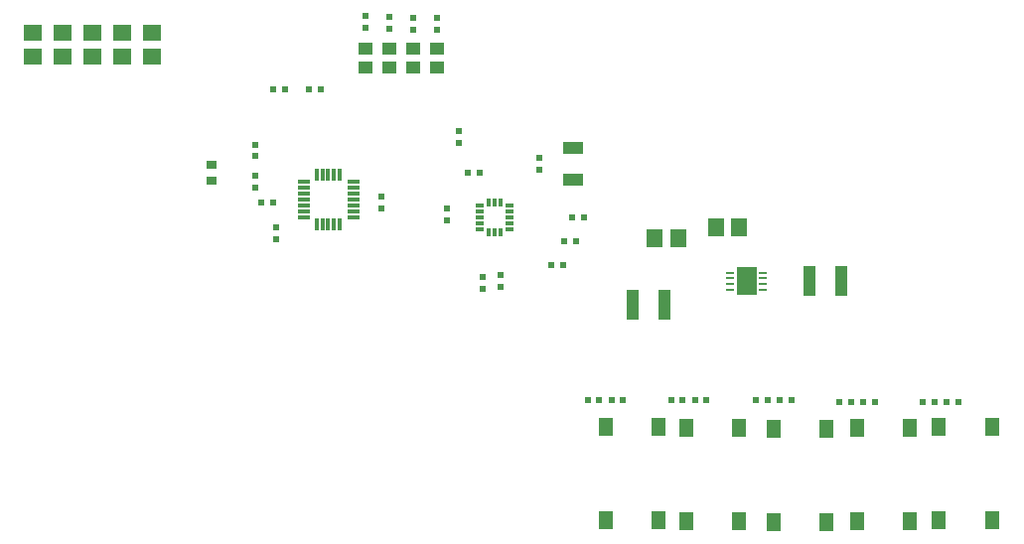
<source format=gtp>
G04 Layer_Color=8421504*
%FSLAX24Y24*%
%MOIN*%
G70*
G01*
G75*
%ADD10R,0.0236X0.0197*%
%ADD11R,0.0512X0.0394*%
%ADD12R,0.0197X0.0236*%
%ADD13R,0.0591X0.0551*%
%ADD14R,0.0433X0.1024*%
%ADD15R,0.0118X0.0315*%
%ADD16R,0.0315X0.0118*%
%ADD17R,0.0669X0.0433*%
%ADD18R,0.0354X0.0315*%
%ADD19R,0.0394X0.0118*%
%ADD20R,0.0118X0.0394*%
%ADD21R,0.0551X0.0591*%
%ADD22R,0.0512X0.0610*%
%ADD23R,0.0650X0.0937*%
%ADD24R,0.0276X0.0098*%
D10*
X19903Y25350D02*
D03*
X20297D02*
D03*
X19100Y25350D02*
D03*
X18706D02*
D03*
X32053Y14900D02*
D03*
X32447D02*
D03*
X33247Y14900D02*
D03*
X32853D02*
D03*
X29256Y14900D02*
D03*
X29650D02*
D03*
X30450D02*
D03*
X30056D02*
D03*
X36097Y14900D02*
D03*
X35703Y14900D02*
D03*
X34903Y14900D02*
D03*
X35297D02*
D03*
X37703Y14850D02*
D03*
X38097D02*
D03*
X38897Y14850D02*
D03*
X38503D02*
D03*
X40500Y14850D02*
D03*
X40894D02*
D03*
X41694Y14850D02*
D03*
X41300D02*
D03*
X25233Y22550D02*
D03*
X25627D02*
D03*
X28427Y19450D02*
D03*
X28033D02*
D03*
X28486Y20250D02*
D03*
X28880D02*
D03*
X29124Y21050D02*
D03*
X28730D02*
D03*
X18697Y21550D02*
D03*
X18303D02*
D03*
D11*
X24200Y26070D02*
D03*
Y26700D02*
D03*
X23400Y26070D02*
D03*
Y26700D02*
D03*
X22600Y26070D02*
D03*
Y26700D02*
D03*
X21800Y26085D02*
D03*
Y26715D02*
D03*
D12*
X24200Y27338D02*
D03*
Y27732D02*
D03*
X23400Y27338D02*
D03*
Y27732D02*
D03*
X22600Y27388D02*
D03*
Y27782D02*
D03*
X24530Y21347D02*
D03*
Y20953D02*
D03*
X26330Y19100D02*
D03*
Y18706D02*
D03*
X25730Y19047D02*
D03*
Y18653D02*
D03*
X27630Y22650D02*
D03*
Y23044D02*
D03*
X24930Y23944D02*
D03*
Y23550D02*
D03*
X18100Y22447D02*
D03*
Y22053D02*
D03*
X18100Y23100D02*
D03*
Y23494D02*
D03*
X22350Y21350D02*
D03*
Y21744D02*
D03*
X21800Y27403D02*
D03*
Y27797D02*
D03*
X18800Y20303D02*
D03*
Y20697D02*
D03*
D13*
X14650Y26456D02*
D03*
Y27244D02*
D03*
X13650Y26456D02*
D03*
Y27244D02*
D03*
X12650Y26456D02*
D03*
Y27244D02*
D03*
X11650Y26456D02*
D03*
Y27244D02*
D03*
X10650Y26456D02*
D03*
Y27244D02*
D03*
D14*
X36718Y18900D02*
D03*
X37781D02*
D03*
X31831Y18100D02*
D03*
X30768D02*
D03*
D15*
X25933Y21542D02*
D03*
X26130D02*
D03*
X26327D02*
D03*
Y20558D02*
D03*
X26130D02*
D03*
X25933D02*
D03*
D16*
X26622Y21444D02*
D03*
Y21247D02*
D03*
Y21050D02*
D03*
Y20853D02*
D03*
Y20656D02*
D03*
X25638D02*
D03*
Y20853D02*
D03*
Y21050D02*
D03*
Y21247D02*
D03*
Y21444D02*
D03*
D17*
X28780Y23381D02*
D03*
Y22318D02*
D03*
D18*
X16650Y22274D02*
D03*
Y22826D02*
D03*
D19*
X21396Y22241D02*
D03*
Y21847D02*
D03*
Y21453D02*
D03*
Y21256D02*
D03*
Y21059D02*
D03*
Y21650D02*
D03*
X19723Y22044D02*
D03*
Y21650D02*
D03*
Y21453D02*
D03*
Y21256D02*
D03*
Y21059D02*
D03*
Y21847D02*
D03*
X21396Y22044D02*
D03*
X19723Y22241D02*
D03*
D20*
X20944Y22496D02*
D03*
X20747D02*
D03*
X20944Y20804D02*
D03*
X20747D02*
D03*
X20550D02*
D03*
X20156Y22496D02*
D03*
X20353D02*
D03*
X20550D02*
D03*
X20156Y20804D02*
D03*
X20353D02*
D03*
D21*
X32294Y20350D02*
D03*
X31506D02*
D03*
X33556Y20700D02*
D03*
X34344D02*
D03*
D22*
X41050Y14000D02*
D03*
X42822D02*
D03*
X41050Y10870D02*
D03*
X42822D02*
D03*
X38314Y13965D02*
D03*
X40086D02*
D03*
X38314Y10835D02*
D03*
X40086D02*
D03*
X35500Y13950D02*
D03*
X37272D02*
D03*
X35500Y10820D02*
D03*
X37272D02*
D03*
X32564Y13965D02*
D03*
X34336D02*
D03*
X32564Y10835D02*
D03*
X34336D02*
D03*
X29864Y14015D02*
D03*
X31636D02*
D03*
X29864Y10885D02*
D03*
X31636D02*
D03*
D23*
X34600Y18900D02*
D03*
D24*
X34049Y19195D02*
D03*
Y18998D02*
D03*
Y18802D02*
D03*
Y18605D02*
D03*
X35151Y19195D02*
D03*
Y18998D02*
D03*
Y18802D02*
D03*
Y18605D02*
D03*
M02*

</source>
